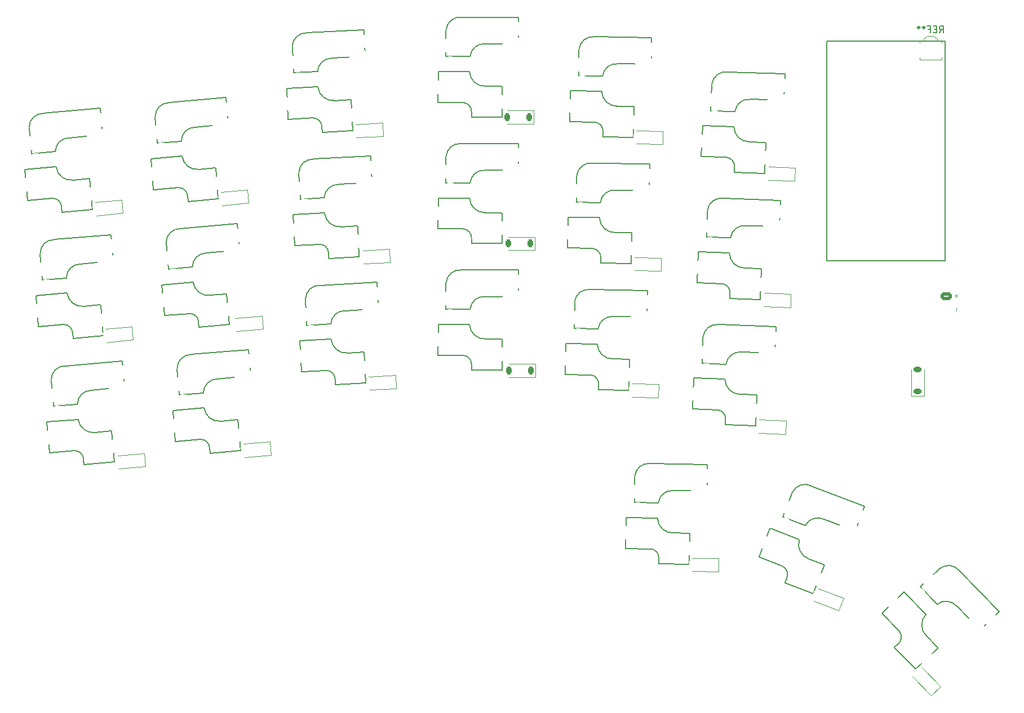
<source format=gbo>
G04 #@! TF.GenerationSoftware,KiCad,Pcbnew,8.0.4*
G04 #@! TF.CreationDate,2024-08-27T16:31:29+02:00*
G04 #@! TF.ProjectId,totem_0_3,746f7465-6d5f-4305-9f33-2e6b69636164,0.3*
G04 #@! TF.SameCoordinates,Original*
G04 #@! TF.FileFunction,Legend,Bot*
G04 #@! TF.FilePolarity,Positive*
%FSLAX46Y46*%
G04 Gerber Fmt 4.6, Leading zero omitted, Abs format (unit mm)*
G04 Created by KiCad (PCBNEW 8.0.4) date 2024-08-27 16:31:29*
%MOMM*%
%LPD*%
G01*
G04 APERTURE LIST*
G04 Aperture macros list*
%AMRoundRect*
0 Rectangle with rounded corners*
0 $1 Rounding radius*
0 $2 $3 $4 $5 $6 $7 $8 $9 X,Y pos of 4 corners*
0 Add a 4 corners polygon primitive as box body*
4,1,4,$2,$3,$4,$5,$6,$7,$8,$9,$2,$3,0*
0 Add four circle primitives for the rounded corners*
1,1,$1+$1,$2,$3*
1,1,$1+$1,$4,$5*
1,1,$1+$1,$6,$7*
1,1,$1+$1,$8,$9*
0 Add four rect primitives between the rounded corners*
20,1,$1+$1,$2,$3,$4,$5,0*
20,1,$1+$1,$4,$5,$6,$7,0*
20,1,$1+$1,$6,$7,$8,$9,0*
20,1,$1+$1,$8,$9,$2,$3,0*%
%AMRotRect*
0 Rectangle, with rotation*
0 The origin of the aperture is its center*
0 $1 length*
0 $2 width*
0 $3 Rotation angle, in degrees counterclockwise*
0 Add horizontal line*
21,1,$1,$2,0,0,$3*%
%AMFreePoly0*
4,1,6,0.600000,0.200000,0.000000,-0.400000,-0.600000,0.200000,-0.600000,0.400000,0.600000,0.400000,0.600000,0.200000,0.600000,0.200000,$1*%
%AMFreePoly1*
4,1,6,0.600000,-0.250000,-0.600000,-0.250000,-0.600000,1.000000,0.000000,0.400000,0.600000,1.000000,0.600000,-0.250000,0.600000,-0.250000,$1*%
G04 Aperture macros list end*
%ADD10C,0.150000*%
%ADD11C,0.120000*%
%ADD12C,0.200000*%
%ADD13C,2.200000*%
%ADD14RoundRect,0.225000X0.237950X0.366919X-0.211776X0.382624X-0.237950X-0.366919X0.211776X-0.382624X0*%
%ADD15RoundRect,0.225000X0.426051X0.098645X0.113454X0.422348X-0.426051X-0.098645X-0.113454X-0.422348X0*%
%ADD16C,1.900000*%
%ADD17C,1.700000*%
%ADD18C,3.000000*%
%ADD19C,4.000000*%
%ADD20RotRect,2.000000X2.000000X178.000000*%
%ADD21RotRect,1.900000X2.000000X178.000000*%
%ADD22RoundRect,0.225000X0.205066X0.386262X-0.244318X0.362710X-0.205066X-0.386262X0.244318X-0.362710X0*%
%ADD23RoundRect,0.225000X0.191460X0.393183X-0.256827X0.353963X-0.191460X-0.393183X0.256827X-0.353963X0*%
%ADD24RotRect,2.000000X2.000000X185.000000*%
%ADD25RotRect,1.900000X2.000000X185.000000*%
%ADD26C,0.700000*%
%ADD27RoundRect,0.225000X0.225000X0.375000X-0.225000X0.375000X-0.225000X-0.375000X0.225000X-0.375000X0*%
%ADD28RoundRect,0.225000X0.375000X-0.225000X0.375000X0.225000X-0.375000X0.225000X-0.375000X-0.225000X0*%
%ADD29RotRect,2.000000X2.000000X183.000000*%
%ADD30RotRect,1.900000X2.000000X183.000000*%
%ADD31RoundRect,0.250000X-0.625000X0.350000X-0.625000X-0.350000X0.625000X-0.350000X0.625000X0.350000X0*%
%ADD32O,1.750000X1.200000*%
%ADD33R,2.000000X2.000000*%
%ADD34R,1.900000X2.000000*%
%ADD35RoundRect,0.225000X0.231510X0.371016X-0.218421X0.378870X-0.231510X-0.371016X0.218421X-0.378870X0*%
%ADD36RotRect,2.000000X2.000000X179.000000*%
%ADD37RotRect,1.900000X2.000000X179.000000*%
%ADD38C,1.524000*%
%ADD39R,1.524000X1.524000*%
%ADD40FreePoly0,270.000000*%
%ADD41FreePoly0,90.000000*%
%ADD42FreePoly1,90.000000*%
%ADD43FreePoly1,270.000000*%
%ADD44RotRect,2.000000X2.000000X134.000000*%
%ADD45RotRect,1.900000X2.000000X134.000000*%
%ADD46C,2.000000*%
%ADD47R,3.200000X2.000000*%
%ADD48RotRect,2.000000X2.000000X159.000000*%
%ADD49RotRect,1.900000X2.000000X159.000000*%
%ADD50RoundRect,0.225000X0.344444X0.269460X-0.075668X0.430725X-0.344444X-0.269460X0.075668X-0.430725X0*%
%ADD51C,0.800000*%
%ADD52R,1.100000X0.600000*%
%ADD53R,1.000000X0.600000*%
%ADD54R,0.600000X1.000000*%
%ADD55R,0.900000X1.700000*%
G04 APERTURE END LIST*
D10*
X174227733Y-50543619D02*
X174561066Y-50067428D01*
X174799161Y-50543619D02*
X174799161Y-49543619D01*
X174799161Y-49543619D02*
X174418209Y-49543619D01*
X174418209Y-49543619D02*
X174322971Y-49591238D01*
X174322971Y-49591238D02*
X174275352Y-49638857D01*
X174275352Y-49638857D02*
X174227733Y-49734095D01*
X174227733Y-49734095D02*
X174227733Y-49876952D01*
X174227733Y-49876952D02*
X174275352Y-49972190D01*
X174275352Y-49972190D02*
X174322971Y-50019809D01*
X174322971Y-50019809D02*
X174418209Y-50067428D01*
X174418209Y-50067428D02*
X174799161Y-50067428D01*
X173799161Y-50019809D02*
X173465828Y-50019809D01*
X173322971Y-50543619D02*
X173799161Y-50543619D01*
X173799161Y-50543619D02*
X173799161Y-49543619D01*
X173799161Y-49543619D02*
X173322971Y-49543619D01*
X172561066Y-50019809D02*
X172894399Y-50019809D01*
X172894399Y-50543619D02*
X172894399Y-49543619D01*
X172894399Y-49543619D02*
X172418209Y-49543619D01*
X171894399Y-49543619D02*
X171894399Y-49781714D01*
X172132494Y-49686476D02*
X171894399Y-49781714D01*
X171894399Y-49781714D02*
X171656304Y-49686476D01*
X172037256Y-49972190D02*
X171894399Y-49781714D01*
X171894399Y-49781714D02*
X171751542Y-49972190D01*
X171132494Y-49543619D02*
X171132494Y-49781714D01*
X171370589Y-49686476D02*
X171132494Y-49781714D01*
X171132494Y-49781714D02*
X170894399Y-49686476D01*
X171275351Y-49972190D02*
X171132494Y-49781714D01*
X171132494Y-49781714D02*
X170989637Y-49972190D01*
X174227733Y-50543619D02*
X174561066Y-50067428D01*
X174799161Y-50543619D02*
X174799161Y-49543619D01*
X174799161Y-49543619D02*
X174418209Y-49543619D01*
X174418209Y-49543619D02*
X174322971Y-49591238D01*
X174322971Y-49591238D02*
X174275352Y-49638857D01*
X174275352Y-49638857D02*
X174227733Y-49734095D01*
X174227733Y-49734095D02*
X174227733Y-49876952D01*
X174227733Y-49876952D02*
X174275352Y-49972190D01*
X174275352Y-49972190D02*
X174322971Y-50019809D01*
X174322971Y-50019809D02*
X174418209Y-50067428D01*
X174418209Y-50067428D02*
X174799161Y-50067428D01*
X173799161Y-50019809D02*
X173465828Y-50019809D01*
X173322971Y-50543619D02*
X173799161Y-50543619D01*
X173799161Y-50543619D02*
X173799161Y-49543619D01*
X173799161Y-49543619D02*
X173322971Y-49543619D01*
X172561066Y-50019809D02*
X172894399Y-50019809D01*
X172894399Y-50543619D02*
X172894399Y-49543619D01*
X172894399Y-49543619D02*
X172418209Y-49543619D01*
X171894399Y-49543619D02*
X171894399Y-49781714D01*
X172132494Y-49686476D02*
X171894399Y-49781714D01*
X171894399Y-49781714D02*
X171656304Y-49686476D01*
X172037256Y-49972190D02*
X171894399Y-49781714D01*
X171894399Y-49781714D02*
X171751542Y-49972190D01*
X171132494Y-49543619D02*
X171132494Y-49781714D01*
X171370589Y-49686476D02*
X171132494Y-49781714D01*
X171132494Y-49781714D02*
X170894399Y-49686476D01*
X171275351Y-49972190D02*
X171132494Y-49781714D01*
X171132494Y-49781714D02*
X170989637Y-49972190D01*
D11*
X147110875Y-110761044D02*
X151118432Y-110900991D01*
X147180674Y-108762262D02*
X151188231Y-108902210D01*
X151118432Y-110900991D02*
X151188231Y-108902210D01*
X170215867Y-147342840D02*
X173001447Y-150227392D01*
X171654546Y-145953523D02*
X174440127Y-148838076D01*
X173001447Y-150227392D02*
X174440127Y-148838076D01*
D10*
X137331890Y-102523264D02*
X137146368Y-107119590D01*
X138586304Y-100269670D02*
X142194105Y-100395657D01*
X138724299Y-96318079D02*
X138586618Y-100260675D01*
X140943181Y-107277187D02*
X137170480Y-107145447D01*
X142029900Y-102662307D02*
X137332763Y-102498280D01*
X142110961Y-108793871D02*
X142086531Y-109493445D01*
X146637884Y-109677397D02*
X142090656Y-109518604D01*
X146800166Y-105030230D02*
X144251720Y-104941236D01*
X146824279Y-105056087D02*
X146663741Y-109653285D01*
X149547858Y-98697265D02*
X144499328Y-98566994D01*
X149549463Y-98651293D02*
X149685850Y-94745673D01*
X149685850Y-94745673D02*
X141066104Y-94444664D01*
X138737733Y-96248505D02*
G75*
G02*
X141066104Y-94444664I2066111J-262272D01*
G01*
X140943006Y-107282189D02*
G75*
G02*
X142112705Y-108743902I-146008J-1315707D01*
G01*
X142199939Y-100371846D02*
G75*
G02*
X144524174Y-98571864I2062104J-262121D01*
G01*
X144326849Y-104938856D02*
G75*
G02*
X142034024Y-102687466I-20718J2272107D01*
G01*
D11*
X86552292Y-64342496D02*
X90556797Y-64132629D01*
X86656964Y-66339755D02*
X90661469Y-66129888D01*
X90661469Y-66129888D02*
X90556797Y-64132629D01*
X50787693Y-114132066D02*
X54782434Y-113782572D01*
X50962002Y-116124456D02*
X54956745Y-115774961D01*
X54956745Y-115774961D02*
X54782434Y-113782572D01*
D10*
X55781457Y-69566823D02*
X56157468Y-74151497D01*
X56407262Y-63238198D02*
X56751091Y-67168186D01*
X56751876Y-67177152D02*
X60348139Y-66862519D01*
X59945187Y-73845210D02*
X56184552Y-74174223D01*
X60461393Y-69132286D02*
X55779278Y-69541918D01*
X61289099Y-75208267D02*
X61350108Y-75905604D01*
X65484680Y-70901209D02*
X62944383Y-71123456D01*
X65511762Y-70923935D02*
X65912680Y-75506430D01*
X65889954Y-75533514D02*
X61357268Y-75930073D01*
X67095482Y-60341636D02*
X58503303Y-61093354D01*
X67436087Y-64234765D02*
X67095482Y-60341636D01*
X67440096Y-64280590D02*
X62413322Y-64766551D01*
X56412119Y-63167505D02*
G75*
G02*
X58503303Y-61093353I2082668J-8516D01*
G01*
X59945623Y-73850191D02*
G75*
G02*
X61284742Y-75158458I15426J-1323693D01*
G01*
X60351028Y-66838175D02*
G75*
G02*
X62438575Y-64768357I2078683J-8865D01*
G01*
X63018662Y-71111938D02*
G75*
G02*
X60468553Y-69156755I-297462J2252647D01*
G01*
D11*
X147852749Y-91699923D02*
X151860306Y-91839870D01*
X147922548Y-89701141D02*
X151930105Y-89841089D01*
X151860306Y-91839870D02*
X151930105Y-89841089D01*
X109550095Y-100354821D02*
X113560096Y-100354821D01*
X109550096Y-102354821D02*
X113560096Y-102354821D01*
X113560096Y-102354821D02*
X113560096Y-100354821D01*
X169980400Y-101195800D02*
X169980400Y-105205800D01*
X169980400Y-105205800D02*
X171980400Y-105205800D01*
X171980400Y-101195800D02*
X171980400Y-105205800D01*
D10*
X76167048Y-58968173D02*
X76382828Y-63563178D01*
X77013338Y-52665244D02*
X77219804Y-56604838D01*
X77220275Y-56613825D02*
X80825327Y-56424892D01*
X80178929Y-63389267D02*
X76409102Y-63586835D01*
X80859299Y-58697228D02*
X76165740Y-58943208D01*
X81474452Y-64798390D02*
X81511089Y-65497436D01*
X85817791Y-60640384D02*
X83271286Y-60773841D01*
X85844065Y-60664042D02*
X86084811Y-65257737D01*
X86061153Y-65284012D02*
X81517389Y-65522140D01*
X87796136Y-50143460D02*
X79182956Y-50594858D01*
X88000665Y-54046104D02*
X87796136Y-50143460D01*
X88003072Y-54092041D02*
X82962401Y-54402275D01*
X77020660Y-52594764D02*
G75*
G02*
X79182956Y-50594858I2081101J-81195D01*
G01*
X80179190Y-63394260D02*
G75*
G02*
X81471835Y-64748464I-30777J-1323422D01*
G01*
X80829065Y-56400664D02*
G75*
G02*
X82987576Y-54404962I2077119J-81418D01*
G01*
X83345921Y-60764923D02*
G75*
G02*
X80865600Y-58721933I-218665J2261656D01*
G01*
D11*
X176748400Y-90385800D02*
X176748400Y-89885800D01*
X176778400Y-92375800D02*
X176778400Y-91875800D01*
X176998400Y-90135800D02*
X176498400Y-90135800D01*
X148490428Y-72711410D02*
X152497985Y-72851357D01*
X148560227Y-70712628D02*
X152567784Y-70852576D01*
X152497985Y-72851357D02*
X152567784Y-70852576D01*
X109296094Y-62280222D02*
X113306095Y-62280222D01*
X109296095Y-64280222D02*
X113306095Y-64280222D01*
X113306095Y-64280222D02*
X113306095Y-62280222D01*
X87603535Y-83316442D02*
X91608040Y-83106575D01*
X87708207Y-85313701D02*
X91712712Y-85103834D01*
X91712712Y-85103834D02*
X91608040Y-83106575D01*
D10*
X98946523Y-75441942D02*
X98921522Y-80041942D01*
X100121522Y-69191942D02*
X100121522Y-73136942D01*
X100121522Y-73145942D02*
X103731522Y-73145942D01*
X102721522Y-80066942D02*
X98946522Y-80066942D01*
X103646523Y-75416942D02*
X98946522Y-75416942D01*
X103941522Y-81541942D02*
X103941522Y-82241942D01*
X108496522Y-77616942D02*
X105946522Y-77616942D01*
X108496522Y-82266942D02*
X103946522Y-82266942D01*
X108521522Y-77641942D02*
X108521522Y-82241942D01*
X111021522Y-67237942D02*
X102396522Y-67237942D01*
X111021522Y-71145942D02*
X111021522Y-67237942D01*
X111021522Y-71191942D02*
X105971522Y-71237942D01*
X100132522Y-69121942D02*
G75*
G02*
X102396522Y-67237942I2074000J-190000D01*
G01*
X102721522Y-80071942D02*
G75*
G02*
X103941522Y-81491942I-100000J-1320000D01*
G01*
X103736522Y-73121942D02*
G75*
G02*
X105996522Y-71241942I2070000J-190000D01*
G01*
X106021522Y-77611942D02*
G75*
G02*
X103651522Y-75441942I-100000J2270000D01*
G01*
D11*
X68445923Y-93459012D02*
X72440664Y-93109518D01*
X68620232Y-95451402D02*
X72614975Y-95101907D01*
X72614975Y-95101907D02*
X72440664Y-93109518D01*
X128007486Y-105351231D02*
X132016875Y-105421215D01*
X128042391Y-103351536D02*
X132051780Y-103421520D01*
X132016875Y-105421215D02*
X132051780Y-103421520D01*
D10*
X138658072Y-64546410D02*
X138472550Y-69142736D01*
X139912486Y-62292816D02*
X143520287Y-62418803D01*
X140050481Y-58341225D02*
X139912800Y-62283821D01*
X142269363Y-69300333D02*
X138496662Y-69168593D01*
X143356082Y-64685453D02*
X138658945Y-64521426D01*
X143437143Y-70817017D02*
X143412713Y-71516591D01*
X147964066Y-71700543D02*
X143416838Y-71541750D01*
X148126348Y-67053376D02*
X145577902Y-66964382D01*
X148150461Y-67079233D02*
X147989923Y-71676431D01*
X150874040Y-60720411D02*
X145825510Y-60590140D01*
X150875645Y-60674439D02*
X151012032Y-56768819D01*
X151012032Y-56768819D02*
X142392286Y-56467810D01*
X140063915Y-58271651D02*
G75*
G02*
X142392286Y-56467810I2066111J-262272D01*
G01*
X142269188Y-69305335D02*
G75*
G02*
X143438887Y-70767048I-146008J-1315707D01*
G01*
X143526121Y-62394992D02*
G75*
G02*
X145850356Y-60595010I2062104J-262121D01*
G01*
X145653031Y-66962002D02*
G75*
G02*
X143360206Y-64710612I-20718J2272107D01*
G01*
D11*
X128671979Y-67282431D02*
X132681368Y-67352415D01*
X128706884Y-65282736D02*
X132716273Y-65352720D01*
X132681368Y-67352415D02*
X132716273Y-65352720D01*
D10*
X38509718Y-90150479D02*
X38885729Y-94735153D01*
X39135523Y-83821854D02*
X39479352Y-87751842D01*
X39480137Y-87760808D02*
X43076400Y-87446175D01*
X42673448Y-94428866D02*
X38912813Y-94757879D01*
X43189654Y-89715942D02*
X38507539Y-90125574D01*
X44017360Y-95791923D02*
X44078369Y-96489260D01*
X48212941Y-91484865D02*
X45672644Y-91707112D01*
X48240023Y-91507591D02*
X48640941Y-96090086D01*
X48618215Y-96117170D02*
X44085529Y-96513729D01*
X49823743Y-80925292D02*
X41231564Y-81677010D01*
X50164348Y-84818421D02*
X49823743Y-80925292D01*
X50168357Y-84864246D02*
X45141583Y-85350207D01*
X39140380Y-83751161D02*
G75*
G02*
X41231564Y-81677009I2082668J-8516D01*
G01*
X42673884Y-94433847D02*
G75*
G02*
X44013003Y-95742114I15426J-1323693D01*
G01*
X43079289Y-87421831D02*
G75*
G02*
X45166836Y-85352013I2078683J-8865D01*
G01*
X45746923Y-91695594D02*
G75*
G02*
X43196814Y-89740411I-297462J2252647D01*
G01*
D11*
X88509914Y-102279980D02*
X92514419Y-102070113D01*
X88614586Y-104277239D02*
X92619091Y-104067372D01*
X92619091Y-104067372D02*
X92514419Y-102070113D01*
X69676139Y-112405533D02*
X73670880Y-112056039D01*
X69850448Y-114397923D02*
X73845191Y-114048428D01*
X73845191Y-114048428D02*
X73670880Y-112056039D01*
D10*
X98946522Y-56441941D02*
X98921521Y-61041941D01*
X100121521Y-50191941D02*
X100121521Y-54136941D01*
X100121521Y-54145941D02*
X103731521Y-54145941D01*
X102721521Y-61066941D02*
X98946521Y-61066941D01*
X103646522Y-56416941D02*
X98946521Y-56416941D01*
X103941521Y-62541941D02*
X103941521Y-63241941D01*
X108496521Y-58616941D02*
X105946521Y-58616941D01*
X108496521Y-63266941D02*
X103946521Y-63266941D01*
X108521521Y-58641941D02*
X108521521Y-63241941D01*
X111021521Y-48237941D02*
X102396521Y-48237941D01*
X111021521Y-52145941D02*
X111021521Y-48237941D01*
X111021521Y-52191941D02*
X105971521Y-52237941D01*
X100132521Y-50121941D02*
G75*
G02*
X102396521Y-48237941I2074000J-190000D01*
G01*
X102721521Y-61071941D02*
G75*
G02*
X103941521Y-62491941I-100000J-1320000D01*
G01*
X103736521Y-54121941D02*
G75*
G02*
X105996521Y-52241941I2070000J-190000D01*
G01*
X106021521Y-58611941D02*
G75*
G02*
X103651521Y-56441941I-100000J2270000D01*
G01*
X118806385Y-59320546D02*
X118701107Y-63919409D01*
X120021276Y-57045402D02*
X123630727Y-57108405D01*
X120090283Y-53092004D02*
X120021433Y-57036403D01*
X122500092Y-64010724D02*
X118725667Y-63944841D01*
X123506105Y-59377576D02*
X118806821Y-59295549D01*
X123694164Y-65506791D02*
X123681948Y-66206685D01*
X128235817Y-66311177D02*
X123686510Y-66231768D01*
X128316971Y-61661885D02*
X125767360Y-61617381D01*
X128341531Y-61687317D02*
X128261250Y-66286617D01*
X130953718Y-55281931D02*
X125903685Y-55239789D01*
X130954521Y-55235938D02*
X131022725Y-51328533D01*
X131022725Y-51328533D02*
X122399039Y-51178006D01*
X120102503Y-53022207D02*
G75*
G02*
X122399039Y-51178007I2070366J-226165D01*
G01*
X122500005Y-64015723D02*
G75*
G02*
X123695037Y-65456799I-123022J-1318054D01*
G01*
X123636145Y-57084496D02*
G75*
G02*
X125928611Y-55244225I2066368J-226097D01*
G01*
X125842435Y-61613691D02*
G75*
G02*
X123510668Y-59402659I-60367J2271400D01*
G01*
D11*
X48918308Y-95096357D02*
X52913049Y-94746863D01*
X49092617Y-97088747D02*
X53087360Y-96739252D01*
X53087360Y-96739252D02*
X52913049Y-94746863D01*
D10*
X157275803Y-51837359D02*
X157275803Y-84857359D01*
X157275803Y-51837359D02*
X175055803Y-51837359D01*
X175055803Y-51837359D02*
X175055803Y-84857359D01*
X175055803Y-84857359D02*
X157275803Y-84857359D01*
X127187985Y-123476599D02*
X127082707Y-128075462D01*
X128402876Y-121201455D02*
X132012327Y-121264458D01*
X128471883Y-117248057D02*
X128403033Y-121192456D01*
X130881692Y-128166777D02*
X127107267Y-128100894D01*
X131887705Y-123533629D02*
X127188421Y-123451602D01*
X132075764Y-129662844D02*
X132063548Y-130362738D01*
X136617417Y-130467230D02*
X132068110Y-130387821D01*
X136698571Y-125817938D02*
X134148960Y-125773434D01*
X136723131Y-125843370D02*
X136642850Y-130442670D01*
X139335318Y-119437984D02*
X134285285Y-119395842D01*
X139336121Y-119391991D02*
X139404325Y-115484586D01*
X139404325Y-115484586D02*
X130780639Y-115334059D01*
X128484103Y-117178260D02*
G75*
G02*
X130780639Y-115334060I2070366J-226165D01*
G01*
X130881605Y-128171776D02*
G75*
G02*
X132076637Y-129612852I-123022J-1318054D01*
G01*
X132017745Y-121240549D02*
G75*
G02*
X134310211Y-119400278I2066368J-226097D01*
G01*
X134224035Y-125769744D02*
G75*
G02*
X131892268Y-123558712I-60367J2271400D01*
G01*
D11*
X47420858Y-76054380D02*
X51415599Y-75704886D01*
X47595167Y-78046770D02*
X51589910Y-77697275D01*
X51589910Y-77697275D02*
X51415599Y-75704886D01*
D10*
X77161433Y-77942130D02*
X77377213Y-82537135D01*
X78007723Y-71639201D02*
X78214189Y-75578795D01*
X78214660Y-75587782D02*
X81819712Y-75398849D01*
X81173314Y-82363224D02*
X77403487Y-82560792D01*
X81853684Y-77671185D02*
X77160125Y-77917165D01*
X82468837Y-83772347D02*
X82505474Y-84471393D01*
X86812176Y-79614341D02*
X84265671Y-79747798D01*
X86838450Y-79637999D02*
X87079196Y-84231694D01*
X87055538Y-84257969D02*
X82511774Y-84496097D01*
X88790521Y-69117417D02*
X80177341Y-69568815D01*
X88995050Y-73020061D02*
X88790521Y-69117417D01*
X88997457Y-73065998D02*
X83956786Y-73376232D01*
X78015045Y-71568721D02*
G75*
G02*
X80177341Y-69568815I2081101J-81195D01*
G01*
X81173575Y-82368217D02*
G75*
G02*
X82466220Y-83722421I-30777J-1323422D01*
G01*
X81823450Y-75374621D02*
G75*
G02*
X83981961Y-73378919I2077119J-81418D01*
G01*
X84340306Y-79738880D02*
G75*
G02*
X81859985Y-77695890I-218665J2261656D01*
G01*
X168011205Y-142481438D02*
X167507668Y-142967699D01*
X168224748Y-140579222D02*
X165602413Y-137863715D01*
X168929360Y-134650920D02*
X165603030Y-137828365D01*
X170653853Y-146261658D02*
X167493157Y-142988662D01*
X171397187Y-133901208D02*
X173904904Y-136498025D01*
X172212237Y-138014450D02*
X168947343Y-134633553D01*
X173998166Y-143066847D02*
X170689203Y-146262275D01*
X173998783Y-143031497D02*
X172227404Y-141197180D01*
X174241457Y-131154529D02*
X171403661Y-133894956D01*
X180374554Y-140384650D02*
X176833439Y-136783938D01*
X180407643Y-140352695D02*
X183218823Y-137637970D01*
X183218823Y-137637970D02*
X177227395Y-131433665D01*
X168221152Y-140582696D02*
G75*
G02*
X168047172Y-142446706I-1018995J-845015D01*
G01*
X172283100Y-141247657D02*
G75*
G02*
X172197728Y-138035413I1563436J1648808D01*
G01*
X173925642Y-136484950D02*
G75*
G02*
X176847928Y-136804700I1301268J-1621018D01*
G01*
X174299452Y-131113816D02*
G75*
G02*
X177227395Y-131433665I1304047J-1623898D01*
G01*
X137994981Y-83534839D02*
X137809459Y-88131165D01*
X139249395Y-81281245D02*
X142857196Y-81407232D01*
X139387390Y-77329654D02*
X139249709Y-81272250D01*
X141606272Y-88288762D02*
X137833571Y-88157022D01*
X142692991Y-83673882D02*
X137995854Y-83509855D01*
X142774052Y-89805446D02*
X142749622Y-90505020D01*
X147300975Y-90688972D02*
X142753747Y-90530179D01*
X147463257Y-86041805D02*
X144914811Y-85952811D01*
X147487370Y-86067662D02*
X147326832Y-90664860D01*
X150210949Y-79708840D02*
X145162419Y-79578569D01*
X150212554Y-79662868D02*
X150348941Y-75757248D01*
X150348941Y-75757248D02*
X141729195Y-75456239D01*
X139400824Y-77260080D02*
G75*
G02*
X141729195Y-75456239I2066111J-262272D01*
G01*
X141606097Y-88293764D02*
G75*
G02*
X142775796Y-89755477I-146008J-1315707D01*
G01*
X142863030Y-81383421D02*
G75*
G02*
X145187265Y-79583439I2062104J-262121D01*
G01*
X144989940Y-85950431D02*
G75*
G02*
X142697115Y-83699041I-20718J2272107D01*
G01*
X40170035Y-109127988D02*
X40546046Y-113712662D01*
X40795840Y-102799363D02*
X41139669Y-106729351D01*
X41140454Y-106738317D02*
X44736717Y-106423684D01*
X44333765Y-113406375D02*
X40573130Y-113735388D01*
X44849971Y-108693451D02*
X40167856Y-109103083D01*
X45677677Y-114769432D02*
X45738686Y-115466769D01*
X49873258Y-110462374D02*
X47332961Y-110684621D01*
X49900340Y-110485100D02*
X50301258Y-115067595D01*
X50278532Y-115094679D02*
X45745846Y-115491238D01*
X51484060Y-99902801D02*
X42891881Y-100654519D01*
X51824665Y-103795930D02*
X51484060Y-99902801D01*
X51828674Y-103841755D02*
X46801900Y-104327716D01*
X40800697Y-102728670D02*
G75*
G02*
X42891881Y-100654518I2082668J-8516D01*
G01*
X44334201Y-113411356D02*
G75*
G02*
X45673320Y-114719623I15426J-1323693D01*
G01*
X44739606Y-106399340D02*
G75*
G02*
X46827153Y-104329522I2078683J-8865D01*
G01*
X47407240Y-110673103D02*
G75*
G02*
X44857131Y-108717920I-297462J2252647D01*
G01*
X59093374Y-107422222D02*
X59469385Y-112006896D01*
X59719179Y-101093597D02*
X60063008Y-105023585D01*
X60063793Y-105032551D02*
X63660056Y-104717918D01*
X63257104Y-111700609D02*
X59496469Y-112029622D01*
X63773310Y-106987685D02*
X59091195Y-107397317D01*
X64601016Y-113063666D02*
X64662025Y-113761003D01*
X68796597Y-108756608D02*
X66256300Y-108978855D01*
X68823679Y-108779334D02*
X69224597Y-113361829D01*
X69201871Y-113388913D02*
X64669185Y-113785472D01*
X70407399Y-98197035D02*
X61815220Y-98948753D01*
X70748004Y-102090164D02*
X70407399Y-98197035D01*
X70752013Y-102135989D02*
X65725239Y-102621950D01*
X59724036Y-101022904D02*
G75*
G02*
X61815220Y-98948752I2082668J-8516D01*
G01*
X63257540Y-111705590D02*
G75*
G02*
X64596659Y-113013857I15426J-1323693D01*
G01*
X63662945Y-104693574D02*
G75*
G02*
X65750492Y-102623756I2078683J-8865D01*
G01*
X66330579Y-108967337D02*
G75*
G02*
X63780470Y-107012154I-297462J2252647D01*
G01*
X98946520Y-94441939D02*
X98921519Y-99041939D01*
X100121519Y-88191939D02*
X100121519Y-92136939D01*
X100121519Y-92145939D02*
X103731519Y-92145939D01*
X102721519Y-99066939D02*
X98946519Y-99066939D01*
X103646520Y-94416939D02*
X98946519Y-94416939D01*
X103941519Y-100541939D02*
X103941519Y-101241939D01*
X108496519Y-96616939D02*
X105946519Y-96616939D01*
X108496519Y-101266939D02*
X103946519Y-101266939D01*
X108521519Y-96641939D02*
X108521519Y-101241939D01*
X111021519Y-86237939D02*
X102396519Y-86237939D01*
X111021519Y-90145939D02*
X111021519Y-86237939D01*
X111021519Y-90191939D02*
X105971519Y-90237939D01*
X100132519Y-88121939D02*
G75*
G02*
X102396519Y-86237939I2074000J-190000D01*
G01*
X102721519Y-99071939D02*
G75*
G02*
X103941519Y-100491939I-100000J-1320000D01*
G01*
X103736519Y-92121939D02*
G75*
G02*
X105996519Y-90241939I2070000J-190000D01*
G01*
X106021519Y-96611939D02*
G75*
G02*
X103651519Y-94441939I-100000J2270000D01*
G01*
D11*
X66308222Y-74529436D02*
X70302963Y-74179942D01*
X66482531Y-76521826D02*
X70477274Y-76172331D01*
X70477274Y-76172331D02*
X70302963Y-74179942D01*
D10*
X78155815Y-96916096D02*
X78371595Y-101511101D01*
X79002105Y-90613167D02*
X79208571Y-94552761D01*
X79209042Y-94561748D02*
X82814094Y-94372815D01*
X82167696Y-101337190D02*
X78397869Y-101534758D01*
X82848066Y-96645151D02*
X78154507Y-96891131D01*
X83463219Y-102746313D02*
X83499856Y-103445359D01*
X87806558Y-98588307D02*
X85260053Y-98721764D01*
X87832832Y-98611965D02*
X88073578Y-103205660D01*
X88049920Y-103231935D02*
X83506156Y-103470063D01*
X89784903Y-88091383D02*
X81171723Y-88542781D01*
X89989432Y-91994027D02*
X89784903Y-88091383D01*
X89991839Y-92039964D02*
X84951168Y-92350198D01*
X79009427Y-90542687D02*
G75*
G02*
X81171723Y-88542781I2081101J-81195D01*
G01*
X82167957Y-101342183D02*
G75*
G02*
X83460602Y-102696387I-30777J-1323422D01*
G01*
X82817832Y-94348587D02*
G75*
G02*
X84976343Y-92352885I2077119J-81418D01*
G01*
X85334688Y-98712846D02*
G75*
G02*
X82854367Y-96669856I-218665J2261656D01*
G01*
X148799061Y-125103499D02*
X147127229Y-129389010D01*
X150665876Y-130774147D02*
X147141610Y-129421308D01*
X150718831Y-123381080D02*
X154089056Y-124674789D01*
X151276251Y-132588387D02*
X151025393Y-133241895D01*
X152135817Y-119689703D02*
X150722056Y-123372678D01*
X153195848Y-126764490D02*
X148808020Y-125080159D01*
X155268893Y-134897599D02*
X151021102Y-133267025D01*
X156935304Y-130556450D02*
X154554674Y-129642612D01*
X156949684Y-130588749D02*
X155301192Y-134883219D01*
X161595109Y-125463075D02*
X156864043Y-123696261D01*
X161611594Y-125420130D02*
X163012096Y-121771698D01*
X163012096Y-121771698D02*
X154959963Y-118680774D01*
X150664084Y-130778815D02*
G75*
G02*
X151294170Y-132541709I-566404J-1196490D01*
G01*
X152171173Y-119628295D02*
G75*
G02*
X154959963Y-118680774I1868156J-920635D01*
G01*
X154102325Y-124654175D02*
G75*
G02*
X156885949Y-123708955I1864423J-919204D01*
G01*
X154626484Y-129664822D02*
G75*
G02*
X153191558Y-126789620I720138J2155064D01*
G01*
D11*
X128415698Y-86330860D02*
X132425087Y-86400844D01*
X128450603Y-84331165D02*
X132459992Y-84401149D01*
X132425087Y-86400844D02*
X132459992Y-84401149D01*
X155359255Y-135990082D02*
X159102913Y-137427138D01*
X156075991Y-134122921D02*
X159819649Y-135559977D01*
X159102913Y-137427138D02*
X159819649Y-135559977D01*
X137051708Y-131522662D02*
X141061097Y-131592646D01*
X137086613Y-129522967D02*
X141096002Y-129592951D01*
X141061097Y-131592646D02*
X141096002Y-129592951D01*
D10*
X36849401Y-71172970D02*
X37225412Y-75757644D01*
X37475206Y-64844345D02*
X37819035Y-68774333D01*
X37819820Y-68783299D02*
X41416083Y-68468666D01*
X41013131Y-75451357D02*
X37252496Y-75780370D01*
X41529337Y-70738433D02*
X36847222Y-71148065D01*
X42357043Y-76814414D02*
X42418052Y-77511751D01*
X46552624Y-72507356D02*
X44012327Y-72729603D01*
X46579706Y-72530082D02*
X46980624Y-77112577D01*
X46957898Y-77139661D02*
X42425212Y-77536220D01*
X48163426Y-61947783D02*
X39571247Y-62699501D01*
X48504031Y-65840912D02*
X48163426Y-61947783D01*
X48508040Y-65886737D02*
X43481266Y-66372698D01*
X37480063Y-64773652D02*
G75*
G02*
X39571247Y-62699500I2082668J-8516D01*
G01*
X41013567Y-75456338D02*
G75*
G02*
X42352686Y-76764605I15426J-1323693D01*
G01*
X41418972Y-68444322D02*
G75*
G02*
X43506519Y-66374504I2078683J-8865D01*
G01*
X44086606Y-72718085D02*
G75*
G02*
X41536497Y-70762902I-297462J2252647D01*
G01*
D11*
X109480633Y-81265360D02*
X113490634Y-81265360D01*
X109480634Y-83265360D02*
X113490634Y-83265360D01*
X113490634Y-83265360D02*
X113490634Y-81265360D01*
D10*
X118143197Y-97314763D02*
X118037919Y-101913626D01*
X119358088Y-95039619D02*
X122967539Y-95102622D01*
X119427095Y-91086221D02*
X119358245Y-95030620D01*
X121836904Y-102004941D02*
X118062479Y-101939058D01*
X122842917Y-97371793D02*
X118143633Y-97289766D01*
X123030976Y-103501008D02*
X123018760Y-104200902D01*
X127572629Y-104305394D02*
X123023322Y-104225985D01*
X127653783Y-99656102D02*
X125104172Y-99611598D01*
X127678343Y-99681534D02*
X127598062Y-104280834D01*
X130290530Y-93276148D02*
X125240497Y-93234006D01*
X130291333Y-93230155D02*
X130359537Y-89322750D01*
X130359537Y-89322750D02*
X121735851Y-89172223D01*
X119439315Y-91016424D02*
G75*
G02*
X121735851Y-89172224I2070366J-226165D01*
G01*
X121836817Y-102009940D02*
G75*
G02*
X123031849Y-103451016I-123022J-1318054D01*
G01*
X122972957Y-95078713D02*
G75*
G02*
X125265423Y-93238442I2066368J-226097D01*
G01*
X125179247Y-99607908D02*
G75*
G02*
X122847480Y-97396876I-60367J2271400D01*
G01*
X118474791Y-78317655D02*
X118369513Y-82916518D01*
X119689682Y-76042511D02*
X123299133Y-76105514D01*
X119758689Y-72089113D02*
X119689839Y-76033512D01*
X122168498Y-83007833D02*
X118394073Y-82941950D01*
X123174511Y-78374685D02*
X118475227Y-78292658D01*
X123362570Y-84503900D02*
X123350354Y-85203794D01*
X127904223Y-85308286D02*
X123354916Y-85228877D01*
X127985377Y-80658994D02*
X125435766Y-80614490D01*
X128009937Y-80684426D02*
X127929656Y-85283726D01*
X130622124Y-74279040D02*
X125572091Y-74236898D01*
X130622927Y-74233047D02*
X130691131Y-70325642D01*
X130691131Y-70325642D02*
X122067445Y-70175115D01*
X119770909Y-72019316D02*
G75*
G02*
X122067445Y-70175116I2070366J-226165D01*
G01*
X122168411Y-83012832D02*
G75*
G02*
X123363443Y-84453908I-123022J-1318054D01*
G01*
X123304551Y-76081605D02*
G75*
G02*
X125597017Y-74241334I2066368J-226097D01*
G01*
X125510841Y-80610800D02*
G75*
G02*
X123179074Y-78399768I-60367J2271400D01*
G01*
X57437414Y-88494523D02*
X57813425Y-93079197D01*
X58063219Y-82165898D02*
X58407048Y-86095886D01*
X58407833Y-86104852D02*
X62004096Y-85790219D01*
X61601144Y-92772910D02*
X57840509Y-93101923D01*
X62117350Y-88059986D02*
X57435235Y-88469618D01*
X62945056Y-94135967D02*
X63006065Y-94833304D01*
X67140637Y-89828909D02*
X64600340Y-90051156D01*
X67167719Y-89851635D02*
X67568637Y-94434130D01*
X67545911Y-94461214D02*
X63013225Y-94857773D01*
X68751439Y-79269336D02*
X60159260Y-80021054D01*
X69092044Y-83162465D02*
X68751439Y-79269336D01*
X69096053Y-83208290D02*
X64069279Y-83694251D01*
X58068076Y-82095205D02*
G75*
G02*
X60159260Y-80021053I2082668J-8516D01*
G01*
X61601580Y-92777891D02*
G75*
G02*
X62940699Y-94086158I15426J-1323693D01*
G01*
X62006985Y-85765875D02*
G75*
G02*
X64094532Y-83696057I2078683J-8865D01*
G01*
X64674619Y-90039638D02*
G75*
G02*
X62124510Y-88084455I-297462J2252647D01*
G01*
D11*
X171244400Y-51788800D02*
X174544400Y-51788800D01*
X171244400Y-52088800D02*
X171244400Y-51788800D01*
X171244400Y-54288800D02*
X171244400Y-54588800D01*
X171244400Y-54588800D02*
X174544400Y-54588800D01*
X171894400Y-51468800D02*
X172394400Y-51088800D01*
X171894400Y-51788800D02*
X171894400Y-51468800D01*
X172394400Y-51088800D02*
X173394400Y-51088800D01*
X173894400Y-51468800D02*
X173394400Y-51088800D01*
X173894400Y-51788800D02*
X173894400Y-51468800D01*
X174544400Y-51788800D02*
X174544400Y-52088800D01*
X174544400Y-54588800D02*
X174544400Y-54288800D01*
X174544400Y-54588800D02*
X174544400Y-54288800D01*
X174544400Y-51788800D02*
X174544400Y-52088800D01*
X173894400Y-51788800D02*
X173894400Y-51468800D01*
X173894400Y-51468800D02*
X173394400Y-51088800D01*
X172394400Y-51088800D02*
X173394400Y-51088800D01*
X171894400Y-51788800D02*
X171894400Y-51468800D01*
X171894400Y-51468800D02*
X172394400Y-51088800D01*
X171244400Y-54588800D02*
X174544400Y-54588800D01*
X171244400Y-54288800D02*
X171244400Y-54588800D01*
X171244400Y-52088800D02*
X171244400Y-51788800D01*
X171244400Y-51788800D02*
X174544400Y-51788800D01*
%LPC*%
D12*
X161085803Y-56155359D02*
X160069803Y-56155359D01*
X160069803Y-55139359D01*
X161085803Y-55139359D01*
X161085803Y-56155359D01*
G36*
X161085803Y-56155359D02*
G01*
X160069803Y-56155359D01*
X160069803Y-55139359D01*
X161085803Y-55139359D01*
X161085803Y-56155359D01*
G37*
X161085803Y-58695359D02*
X160069803Y-58695359D01*
X160069803Y-57679359D01*
X161085803Y-57679359D01*
X161085803Y-58695359D01*
G36*
X161085803Y-58695359D02*
G01*
X160069803Y-58695359D01*
X160069803Y-57679359D01*
X161085803Y-57679359D01*
X161085803Y-58695359D01*
G37*
X161085803Y-61235359D02*
X160069803Y-61235359D01*
X160069803Y-60219359D01*
X161085803Y-60219359D01*
X161085803Y-61235359D01*
G36*
X161085803Y-61235359D02*
G01*
X160069803Y-61235359D01*
X160069803Y-60219359D01*
X161085803Y-60219359D01*
X161085803Y-61235359D01*
G37*
X161085803Y-63775359D02*
X160069803Y-63775359D01*
X160069803Y-62759359D01*
X161085803Y-62759359D01*
X161085803Y-63775359D01*
G36*
X161085803Y-63775359D02*
G01*
X160069803Y-63775359D01*
X160069803Y-62759359D01*
X161085803Y-62759359D01*
X161085803Y-63775359D01*
G37*
X161085803Y-66315359D02*
X160069803Y-66315359D01*
X160069803Y-65299359D01*
X161085803Y-65299359D01*
X161085803Y-66315359D01*
G36*
X161085803Y-66315359D02*
G01*
X160069803Y-66315359D01*
X160069803Y-65299359D01*
X161085803Y-65299359D01*
X161085803Y-66315359D01*
G37*
X161085803Y-68855359D02*
X160069803Y-68855359D01*
X160069803Y-67839359D01*
X161085803Y-67839359D01*
X161085803Y-68855359D01*
G36*
X161085803Y-68855359D02*
G01*
X160069803Y-68855359D01*
X160069803Y-67839359D01*
X161085803Y-67839359D01*
X161085803Y-68855359D01*
G37*
X161085803Y-71395359D02*
X160069803Y-71395359D01*
X160069803Y-70379359D01*
X161085803Y-70379359D01*
X161085803Y-71395359D01*
G36*
X161085803Y-71395359D02*
G01*
X160069803Y-71395359D01*
X160069803Y-70379359D01*
X161085803Y-70379359D01*
X161085803Y-71395359D01*
G37*
X161085803Y-73935360D02*
X160069803Y-73935359D01*
X160069803Y-72919359D01*
X161085803Y-72919359D01*
X161085803Y-73935360D01*
G36*
X161085803Y-73935360D02*
G01*
X160069803Y-73935359D01*
X160069803Y-72919359D01*
X161085803Y-72919359D01*
X161085803Y-73935360D01*
G37*
X161085803Y-76475359D02*
X160069803Y-76475359D01*
X160069803Y-75459359D01*
X161085803Y-75459359D01*
X161085803Y-76475359D01*
G36*
X161085803Y-76475359D02*
G01*
X160069803Y-76475359D01*
X160069803Y-75459359D01*
X161085803Y-75459359D01*
X161085803Y-76475359D01*
G37*
X161085803Y-79015359D02*
X160069803Y-79015359D01*
X160069803Y-77999359D01*
X161085803Y-77999359D01*
X161085803Y-79015359D01*
G36*
X161085803Y-79015359D02*
G01*
X160069803Y-79015359D01*
X160069803Y-77999359D01*
X161085803Y-77999359D01*
X161085803Y-79015359D01*
G37*
X161085803Y-81555359D02*
X160069803Y-81555359D01*
X160069803Y-80539359D01*
X161085803Y-80539359D01*
X161085803Y-81555359D01*
G36*
X161085803Y-81555359D02*
G01*
X160069803Y-81555359D01*
X160069803Y-80539359D01*
X161085803Y-80539359D01*
X161085803Y-81555359D01*
G37*
X161085803Y-84095359D02*
X160069803Y-84095359D01*
X160069804Y-83079359D01*
X161085803Y-83079359D01*
X161085803Y-84095359D01*
G36*
X161085803Y-84095359D02*
G01*
X160069803Y-84095359D01*
X160069804Y-83079359D01*
X161085803Y-83079359D01*
X161085803Y-84095359D01*
G37*
X172261802Y-56155359D02*
X171245803Y-56155359D01*
X171245803Y-55139359D01*
X172261803Y-55139359D01*
X172261802Y-56155359D01*
G36*
X172261802Y-56155359D02*
G01*
X171245803Y-56155359D01*
X171245803Y-55139359D01*
X172261803Y-55139359D01*
X172261802Y-56155359D01*
G37*
X172261803Y-58695359D02*
X171245803Y-58695359D01*
X171245803Y-57679359D01*
X172261803Y-57679359D01*
X172261803Y-58695359D01*
G36*
X172261803Y-58695359D02*
G01*
X171245803Y-58695359D01*
X171245803Y-57679359D01*
X172261803Y-57679359D01*
X172261803Y-58695359D01*
G37*
X172261803Y-61235359D02*
X171245803Y-61235359D01*
X171245803Y-60219359D01*
X172261803Y-60219359D01*
X172261803Y-61235359D01*
G36*
X172261803Y-61235359D02*
G01*
X171245803Y-61235359D01*
X171245803Y-60219359D01*
X172261803Y-60219359D01*
X172261803Y-61235359D01*
G37*
X172261803Y-63775359D02*
X171245803Y-63775359D01*
X171245803Y-62759359D01*
X172261803Y-62759359D01*
X172261803Y-63775359D01*
G36*
X172261803Y-63775359D02*
G01*
X171245803Y-63775359D01*
X171245803Y-62759359D01*
X172261803Y-62759359D01*
X172261803Y-63775359D01*
G37*
X172261803Y-65299359D02*
X172261803Y-66315359D01*
X171245803Y-66315359D01*
X171245803Y-65299358D01*
X172261803Y-65299359D01*
G36*
X172261803Y-65299359D02*
G01*
X172261803Y-66315359D01*
X171245803Y-66315359D01*
X171245803Y-65299358D01*
X172261803Y-65299359D01*
G37*
X172261803Y-68855359D02*
X171245803Y-68855359D01*
X171245803Y-67839359D01*
X172261803Y-67839359D01*
X172261803Y-68855359D01*
G36*
X172261803Y-68855359D02*
G01*
X171245803Y-68855359D01*
X171245803Y-67839359D01*
X172261803Y-67839359D01*
X172261803Y-68855359D01*
G37*
X172261803Y-71395359D02*
X171245803Y-71395359D01*
X171245803Y-70379359D01*
X172261803Y-70379359D01*
X172261803Y-71395359D01*
G36*
X172261803Y-71395359D02*
G01*
X171245803Y-71395359D01*
X171245803Y-70379359D01*
X172261803Y-70379359D01*
X172261803Y-71395359D01*
G37*
X172261803Y-73935359D02*
X171245803Y-73935359D01*
X171245803Y-72919359D01*
X172261803Y-72919359D01*
X172261803Y-73935359D01*
G36*
X172261803Y-73935359D02*
G01*
X171245803Y-73935359D01*
X171245803Y-72919359D01*
X172261803Y-72919359D01*
X172261803Y-73935359D01*
G37*
X172261803Y-76475359D02*
X171245803Y-76475359D01*
X171245803Y-75459359D01*
X172261803Y-75459359D01*
X172261803Y-76475359D01*
G36*
X172261803Y-76475359D02*
G01*
X171245803Y-76475359D01*
X171245803Y-75459359D01*
X172261803Y-75459359D01*
X172261803Y-76475359D01*
G37*
X172261803Y-79015359D02*
X171245803Y-79015359D01*
X171245803Y-77999359D01*
X172261803Y-77999359D01*
X172261803Y-79015359D01*
G36*
X172261803Y-79015359D02*
G01*
X171245803Y-79015359D01*
X171245803Y-77999359D01*
X172261803Y-77999359D01*
X172261803Y-79015359D01*
G37*
X172261803Y-81555359D02*
X171245803Y-81555359D01*
X171245803Y-80539359D01*
X172261803Y-80539359D01*
X172261803Y-81555359D01*
G36*
X172261803Y-81555359D02*
G01*
X171245803Y-81555359D01*
X171245803Y-80539359D01*
X172261803Y-80539359D01*
X172261803Y-81555359D01*
G37*
X172261803Y-84095359D02*
X171245803Y-84095359D01*
X171245803Y-83079359D01*
X172261803Y-83079359D01*
X172261803Y-84095359D01*
G36*
X172261803Y-84095359D02*
G01*
X171245803Y-84095359D01*
X171245803Y-83079359D01*
X172261803Y-83079359D01*
X172261803Y-84095359D01*
G37*
D13*
X95440800Y-88088400D03*
X165265400Y-63145600D03*
X136665000Y-56846400D03*
X171463000Y-125045400D03*
X56756600Y-106528800D03*
X71666400Y-60199200D03*
D14*
X150443764Y-109876821D03*
X147145774Y-109761653D03*
D15*
X173227579Y-149022003D03*
X170935207Y-146648181D03*
D16*
X139154668Y-101186064D03*
D17*
X139574413Y-101200722D03*
D18*
X139525236Y-104901260D03*
X140932284Y-98706591D03*
X142290155Y-96212461D03*
D19*
X144651318Y-101378011D03*
D18*
X144445411Y-107274417D03*
X147367060Y-96389750D03*
X148547642Y-98972525D03*
X149519144Y-105250255D03*
D17*
X149728223Y-101555300D03*
D16*
X150147968Y-101569958D03*
D20*
X136427124Y-104793071D03*
X137844166Y-98598752D03*
D21*
X147243705Y-107372135D03*
D20*
X150425196Y-96496543D03*
D22*
X89900106Y-65168417D03*
X86604628Y-65341125D03*
D23*
X54162291Y-114840647D03*
X50874849Y-115128261D03*
D16*
X57427684Y-68017449D03*
D17*
X57846086Y-67980843D03*
D18*
X58248258Y-71659791D03*
X58889878Y-65339821D03*
X59933669Y-62698799D03*
D19*
X62906755Y-67538092D03*
D18*
X63420974Y-73415641D03*
X64994338Y-62256047D03*
X66480881Y-64675694D03*
X68210205Y-70788234D03*
D17*
X67967424Y-67095341D03*
D16*
X68385826Y-67058735D03*
D24*
X55160054Y-71929974D03*
X55811636Y-65609132D03*
D25*
X66210319Y-73171605D03*
D24*
X68042694Y-61989351D03*
D14*
X151185638Y-90815700D03*
X147887648Y-90700532D03*
D26*
X164738400Y-53642400D03*
X167638400Y-53642400D03*
D27*
X112850096Y-101354821D03*
X109550096Y-101354821D03*
D28*
X170980400Y-104495800D03*
X170980400Y-101195800D03*
D16*
X77866346Y-57477196D03*
D17*
X78285770Y-57455215D03*
D18*
X78559303Y-61145957D03*
X79421096Y-54852229D03*
X80556422Y-52249243D03*
D19*
X83358808Y-57189348D03*
D18*
X83667590Y-63081262D03*
X85629460Y-51983377D03*
X87030653Y-54453429D03*
X88545599Y-60622597D03*
D17*
X88431846Y-56923481D03*
D16*
X88851270Y-56901500D03*
D29*
X75463552Y-61308199D03*
X76335331Y-55013947D03*
D30*
X86463753Y-62934722D03*
D29*
X88685267Y-51823229D03*
D31*
X175298400Y-90145800D03*
D32*
X175298400Y-92145800D03*
D14*
X151823317Y-71827187D03*
X148525327Y-71712019D03*
D27*
X112596095Y-63280222D03*
X109296095Y-63280222D03*
D22*
X90951349Y-84142363D03*
X87655871Y-84315071D03*
D16*
X100721522Y-74041942D03*
D17*
X101141522Y-74041942D03*
D18*
X101221522Y-77741942D03*
X102411522Y-71501942D03*
X103681522Y-68961942D03*
D19*
X106221522Y-74041942D03*
D18*
X106221522Y-79941942D03*
X108761522Y-68961942D03*
X110031522Y-71501942D03*
X111221522Y-77741942D03*
D17*
X111301522Y-74041942D03*
D16*
X111721522Y-74041942D03*
D33*
X98121522Y-77741942D03*
X99321522Y-71501942D03*
D34*
X109021522Y-79941942D03*
D33*
X111821522Y-68961942D03*
D23*
X71820521Y-94167593D03*
X68533079Y-94455207D03*
D35*
X131324436Y-104408977D03*
X128024938Y-104351383D03*
D16*
X140480850Y-63209210D03*
D17*
X140900595Y-63223868D03*
D18*
X140851418Y-66924406D03*
X142258466Y-60729737D03*
X143616337Y-58235607D03*
D19*
X145977500Y-63401157D03*
D18*
X145771593Y-69297563D03*
X148693242Y-58412896D03*
X149873824Y-60995671D03*
X150845326Y-67273401D03*
D17*
X151054405Y-63578446D03*
D16*
X151474150Y-63593104D03*
D20*
X137753306Y-66816217D03*
X139170348Y-60621898D03*
D21*
X148569887Y-69395281D03*
D20*
X151751378Y-58519689D03*
D35*
X131988929Y-66340177D03*
X128689431Y-66282583D03*
D16*
X40155945Y-88601105D03*
D17*
X40574347Y-88564499D03*
D18*
X40976519Y-92243447D03*
X41618139Y-85923477D03*
X42661930Y-83282455D03*
D19*
X45635016Y-88121748D03*
D18*
X46149235Y-93999297D03*
X47722599Y-82839703D03*
X49209142Y-85259350D03*
X50938466Y-91371890D03*
D17*
X50695685Y-87678997D03*
D16*
X51114087Y-87642391D03*
D24*
X37888315Y-92513630D03*
X38539897Y-86192788D03*
D25*
X48938580Y-93755261D03*
D24*
X50770955Y-82573007D03*
D22*
X91857728Y-103105901D03*
X88562250Y-103278609D03*
D23*
X73050737Y-113114114D03*
X69763295Y-113401728D03*
D16*
X100721521Y-55041941D03*
D17*
X101141521Y-55041941D03*
D18*
X101221521Y-58741941D03*
X102411521Y-52501941D03*
X103681521Y-49961941D03*
D19*
X106221521Y-55041941D03*
D18*
X106221521Y-60941941D03*
X108761521Y-49961941D03*
X110031521Y-52501941D03*
X111221521Y-58741941D03*
D17*
X111301521Y-55041941D03*
D16*
X111721521Y-55041941D03*
D33*
X98121521Y-58741941D03*
X99321521Y-52501941D03*
D34*
X109021521Y-60941941D03*
D33*
X111821521Y-49961941D03*
D16*
X120605548Y-57951737D03*
D17*
X121025484Y-57959067D03*
D18*
X121040898Y-61659899D03*
X122339619Y-55441618D03*
X123653755Y-52924170D03*
D19*
X126104710Y-58047725D03*
D18*
X126001741Y-63946826D03*
X128732981Y-53012828D03*
X129958459Y-55574606D03*
X131039375Y-61834424D03*
D17*
X131183936Y-58136383D03*
D16*
X131603872Y-58143713D03*
D36*
X117941370Y-61605797D03*
X119250090Y-55387690D03*
D37*
X128801314Y-63995693D03*
D36*
X131792515Y-53066232D03*
D23*
X52292906Y-95804938D03*
X49005464Y-96092552D03*
D38*
X173785803Y-55647359D03*
D39*
X173785803Y-55647359D03*
D40*
X172007803Y-55647359D03*
D41*
X160323803Y-55647359D03*
D38*
X158545803Y-55647359D03*
X173785803Y-58187359D03*
D40*
X172007803Y-58187359D03*
D41*
X160323803Y-58187359D03*
D38*
X158545803Y-58187359D03*
X173785803Y-60727359D03*
D40*
X172007803Y-60727359D03*
D41*
X160323803Y-60727359D03*
D38*
X158545803Y-60727359D03*
X173785803Y-63267359D03*
D41*
X160323803Y-63267359D03*
D38*
X158545803Y-63267359D03*
D40*
X172007803Y-63267360D03*
D38*
X173785803Y-65807359D03*
D40*
X172007803Y-65807359D03*
D41*
X160323803Y-65807359D03*
D38*
X158545803Y-65807359D03*
X173785803Y-68347359D03*
D40*
X172007803Y-68347359D03*
D41*
X160323803Y-68347359D03*
D38*
X158545803Y-68347359D03*
X173785803Y-70887359D03*
D40*
X172007803Y-70887359D03*
D41*
X160323803Y-70887359D03*
D38*
X158545803Y-70887359D03*
X173785803Y-73427359D03*
D40*
X172007803Y-73427359D03*
D41*
X160323803Y-73427359D03*
D38*
X158545803Y-73427359D03*
D41*
X160323803Y-75967358D03*
D38*
X173785803Y-75967359D03*
D40*
X172007803Y-75967359D03*
D38*
X158545803Y-75967359D03*
X173785803Y-78507359D03*
D40*
X172007803Y-78507359D03*
D41*
X160323803Y-78507359D03*
D38*
X158545803Y-78507359D03*
X173785803Y-81047359D03*
D40*
X172007803Y-81047359D03*
D41*
X160323803Y-81047359D03*
D38*
X158545803Y-81047359D03*
X173785803Y-83587359D03*
D40*
X172007803Y-83587359D03*
D41*
X160323803Y-83587359D03*
D38*
X158545803Y-83587359D03*
D42*
X161339803Y-55647359D03*
X161339803Y-58187359D03*
X161339803Y-60727359D03*
X161339803Y-63267359D03*
X161339803Y-65807359D03*
X161339803Y-68347359D03*
X161339803Y-70887359D03*
X161339803Y-73427359D03*
X161339803Y-75967359D03*
X161339803Y-78507359D03*
X161339803Y-81047359D03*
X161339803Y-83587359D03*
D43*
X170991803Y-83587359D03*
X170991803Y-81047359D03*
X170991803Y-78507359D03*
X170991803Y-75967359D03*
X170991803Y-73427359D03*
X170991803Y-70887359D03*
X170991803Y-68347359D03*
X170991803Y-65807359D03*
X170991803Y-63267359D03*
X170991803Y-60727359D03*
X170991803Y-58187359D03*
X170991803Y-55647359D03*
D16*
X128987148Y-122107790D03*
D17*
X129407084Y-122115120D03*
D18*
X129422498Y-125815952D03*
X130721219Y-119597671D03*
X132035355Y-117080223D03*
D19*
X134486310Y-122203778D03*
D18*
X134383341Y-128102879D03*
X137114581Y-117168881D03*
X138340059Y-119730659D03*
X139420975Y-125990477D03*
D17*
X139565536Y-122292436D03*
D16*
X139985472Y-122299766D03*
D36*
X126322970Y-125761850D03*
X127631690Y-119543743D03*
D37*
X137182914Y-128151746D03*
D36*
X140174115Y-117222285D03*
D23*
X50795456Y-76762961D03*
X47508014Y-77050575D03*
D16*
X78860731Y-76451153D03*
D17*
X79280155Y-76429172D03*
D18*
X79553688Y-80119914D03*
X80415481Y-73826186D03*
X81550807Y-71223200D03*
D19*
X84353193Y-76163305D03*
D18*
X84661975Y-82055219D03*
X86623845Y-70957334D03*
X88025038Y-73427386D03*
X89539984Y-79596554D03*
D17*
X89426231Y-75897438D03*
D16*
X89845655Y-75875457D03*
D29*
X76457937Y-80282156D03*
X77329716Y-73987904D03*
D30*
X87458138Y-81908679D03*
D29*
X89679652Y-70797186D03*
D16*
X171169454Y-134955226D03*
D17*
X171461210Y-135257349D03*
D18*
X168855226Y-137885132D03*
X174170550Y-134406478D03*
X176879889Y-133555607D03*
D19*
X174990075Y-138911595D03*
D18*
X170745970Y-143010079D03*
X180408753Y-137209854D03*
X179463846Y-139887847D03*
X175801810Y-145078530D03*
D17*
X178518940Y-142565841D03*
D16*
X178810696Y-142867964D03*
D44*
X166701785Y-135655179D03*
X172024055Y-132183718D03*
D45*
X172691014Y-145024231D03*
D44*
X182534408Y-139411033D03*
D16*
X139817759Y-82197639D03*
D17*
X140237504Y-82212297D03*
D18*
X140188327Y-85912835D03*
X141595375Y-79718166D03*
X142953246Y-77224036D03*
D19*
X145314409Y-82389586D03*
D18*
X145108502Y-88285992D03*
X148030151Y-77401325D03*
X149210733Y-79984100D03*
X150182235Y-86261830D03*
D17*
X150391314Y-82566875D03*
D16*
X150811059Y-82581533D03*
D20*
X137090215Y-85804646D03*
X138507257Y-79610327D03*
D21*
X147906796Y-88383710D03*
D20*
X151088287Y-77508118D03*
D33*
X158955200Y-100701400D03*
D46*
X158955200Y-105701400D03*
X158955200Y-103201400D03*
D47*
X166455200Y-97601400D03*
X166455200Y-108801400D03*
D46*
X173455200Y-105701400D03*
X173455200Y-100701400D03*
D16*
X41816262Y-107578614D03*
D17*
X42234664Y-107542008D03*
D18*
X42636836Y-111220956D03*
X43278456Y-104900986D03*
X44322247Y-102259964D03*
D19*
X47295333Y-107099257D03*
D18*
X47809552Y-112976806D03*
X49382916Y-101817212D03*
X50869459Y-104236859D03*
X52598783Y-110349399D03*
D17*
X52356002Y-106656506D03*
D16*
X52774404Y-106619900D03*
D24*
X39548632Y-111491139D03*
X40200214Y-105170297D03*
D25*
X50598897Y-112732770D03*
D24*
X52431272Y-101550516D03*
D16*
X60739601Y-105872848D03*
D17*
X61158003Y-105836242D03*
D18*
X61560175Y-109515190D03*
X62201795Y-103195220D03*
X63245586Y-100554198D03*
D19*
X66218672Y-105393491D03*
D18*
X66732891Y-111271040D03*
X68306255Y-100111446D03*
X69792798Y-102531093D03*
X71522122Y-108643633D03*
D17*
X71279341Y-104950740D03*
D16*
X71697743Y-104914134D03*
D24*
X58471971Y-109785373D03*
X59123553Y-103464531D03*
D25*
X69522236Y-111027004D03*
D24*
X71354611Y-99844750D03*
D16*
X100721519Y-93041939D03*
D17*
X101141519Y-93041939D03*
D18*
X101221519Y-96741939D03*
X102411519Y-90501939D03*
X103681519Y-87961939D03*
D19*
X106221519Y-93041939D03*
D18*
X106221519Y-98941939D03*
X108761519Y-87961939D03*
X110031519Y-90501939D03*
X111221519Y-96741939D03*
D17*
X111301519Y-93041939D03*
D16*
X111721519Y-93041939D03*
D33*
X98121519Y-96741939D03*
X99321519Y-90501939D03*
D34*
X109021519Y-98941939D03*
D33*
X111821519Y-87961939D03*
D23*
X69682820Y-75238017D03*
X66395378Y-75525631D03*
D16*
X79855113Y-95425119D03*
D17*
X80274537Y-95403138D03*
D18*
X80548070Y-99093880D03*
X81409863Y-92800152D03*
X82545189Y-90197166D03*
D19*
X85347575Y-95137271D03*
D18*
X85656357Y-101029185D03*
X87618227Y-89931300D03*
X89019420Y-92401352D03*
X90534366Y-98570520D03*
D17*
X90420613Y-94871404D03*
D16*
X90840037Y-94849423D03*
D29*
X77452319Y-99256122D03*
X78324098Y-92961870D03*
D30*
X88452520Y-100882645D03*
D29*
X90674034Y-89771152D03*
D16*
X150957882Y-124432589D03*
D17*
X151349985Y-124583104D03*
D18*
X150098710Y-128066021D03*
X153445887Y-122666937D03*
X155541789Y-120750770D03*
D19*
X156092574Y-126403613D03*
D18*
X153978203Y-131911738D03*
X160284377Y-122571279D03*
X160559770Y-125397701D03*
X159434515Y-131649700D03*
D17*
X160835163Y-128224122D03*
D16*
X161227266Y-128374637D03*
D48*
X147204611Y-126955080D03*
X150561124Y-121559580D03*
D49*
X156592228Y-132915168D03*
D48*
X163141135Y-123667885D03*
D35*
X131732648Y-85388606D03*
X128433150Y-85331012D03*
D50*
X158798438Y-136239116D03*
X155717624Y-135056502D03*
D35*
X140368658Y-130580408D03*
X137069160Y-130522814D03*
D16*
X38495628Y-69623596D03*
D17*
X38914030Y-69586990D03*
D18*
X39316202Y-73265938D03*
X39957822Y-66945968D03*
X41001613Y-64304946D03*
D19*
X43974699Y-69144239D03*
D18*
X44488918Y-75021788D03*
X46062282Y-63862194D03*
X47548825Y-66281841D03*
X49278149Y-72394381D03*
D17*
X49035368Y-68701488D03*
D16*
X49453770Y-68664882D03*
D24*
X36227998Y-73536121D03*
X36879580Y-67215279D03*
D25*
X47278263Y-74777752D03*
D24*
X49110638Y-63595498D03*
D27*
X112780634Y-82265360D03*
X109480634Y-82265360D03*
D16*
X119942360Y-95945954D03*
D17*
X120362296Y-95953284D03*
D18*
X120377710Y-99654116D03*
X121676431Y-93435835D03*
X122990567Y-90918387D03*
D19*
X125441522Y-96041942D03*
D18*
X125338553Y-101941043D03*
X128069793Y-91007045D03*
X129295271Y-93568823D03*
X130376187Y-99828641D03*
D17*
X130520748Y-96130600D03*
D16*
X130940684Y-96137930D03*
D36*
X117278182Y-99600014D03*
X118586902Y-93381907D03*
D37*
X128138126Y-101989910D03*
D36*
X131129327Y-91060449D03*
D16*
X120273954Y-76948846D03*
D17*
X120693890Y-76956176D03*
D18*
X120709304Y-80657008D03*
X122008025Y-74438727D03*
X123322161Y-71921279D03*
D19*
X125773116Y-77044834D03*
D18*
X125670147Y-82943935D03*
X128401387Y-72009937D03*
X129626865Y-74571715D03*
X130707781Y-80831533D03*
D17*
X130852342Y-77133492D03*
D16*
X131272278Y-77140822D03*
D36*
X117609776Y-80602906D03*
X118918496Y-74384799D03*
D37*
X128469720Y-82992802D03*
D36*
X131460921Y-72063341D03*
D16*
X59083641Y-86945149D03*
D17*
X59502043Y-86908543D03*
D18*
X59904215Y-90587491D03*
X60545835Y-84267521D03*
X61589626Y-81626499D03*
D19*
X64562712Y-86465792D03*
D18*
X65076931Y-92343341D03*
X66650295Y-81183747D03*
X68136838Y-83603394D03*
X69866162Y-89715934D03*
D17*
X69623381Y-86023041D03*
D16*
X70041783Y-85986435D03*
D24*
X56816011Y-90857674D03*
X57467593Y-84536832D03*
D25*
X67866276Y-92099305D03*
D24*
X69698651Y-80917051D03*
D51*
X172894400Y-53188800D03*
D52*
X169788400Y-52499400D03*
D53*
X162588400Y-52499400D03*
D26*
X167638400Y-53642400D03*
X164738400Y-53642400D03*
D53*
X169788400Y-54785400D03*
D52*
X162588400Y-54785400D03*
D54*
X163988400Y-55492400D03*
X166888400Y-55492400D03*
X168388400Y-55492400D03*
D55*
X171194400Y-53188800D03*
X174594400Y-53188800D03*
D51*
X172894400Y-53188800D03*
%LPD*%
M02*

</source>
